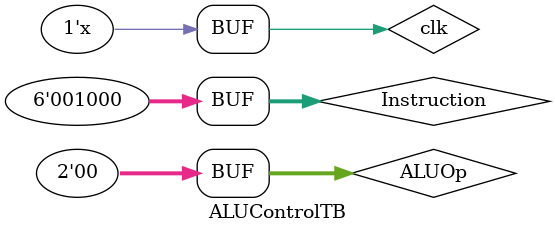
<source format=v>
`timescale 1ns/100ps

module ALUControlTB;

	reg [5:0] Instruction;
	reg [1:0] ALUOp;
	reg clk;
	wire [3:0] ALUInput;

ALUcontrol uut (.clk,.ALUOp,.Instruction,.ALUInput) ;

initial begin 
	clk = 0;
	Instruction = 5'b01000;
	ALUOp = 2'b00;
end 
	always #5 clk = ~clk;
initial begin 
	$monitor("ALUInput=%b", ALUInput);
end
endmodule


</source>
